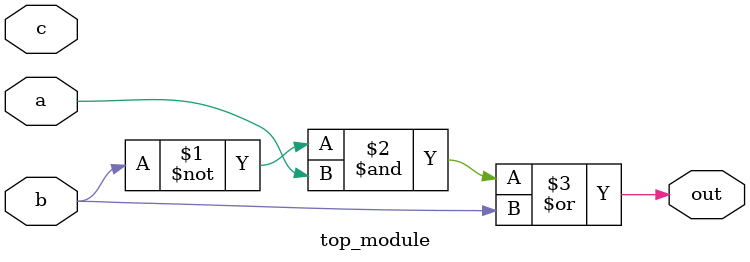
<source format=sv>
module top_module(
    input a, 
    input b,
    input c,
    output out
);

    assign out = (~b & a) | b;

endmodule

</source>
